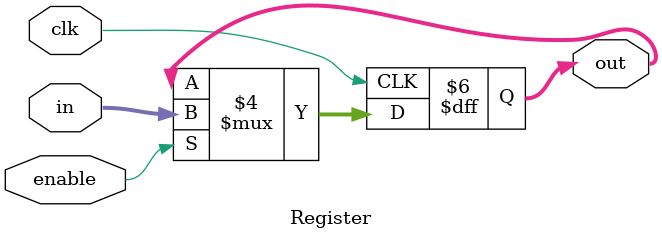
<source format=sv>
/**
***********************************************
		Instituto Tecnologico de Costa Rica 
			Ingenieria en Electronica

					Registro Basico
       
		Autores: Michael Gonzalez Rivera
				 Erick Cordero
				 Victor Montero
					
			Lenguaje: SystemVerilog
					Version: 1.0         
	
	Entradas:- Valor de N bits
				- Reloj
				- Parametro N bits
				
	Restricciones:
				- Entrada debe ser de N bits
	
   Salidas: - Cuando pasa al semiciclo positivo
				la entrada pasa a la salida

            
		Arquitectura de Computadores I 2019
				Prof. Ronald Garcia
***********************************************
**/
module Register #(parameter N=32)
	   (input  logic [N-1:0] in,
		input  logic clk, enable,
		output logic [N-1:0] out={N{1'b0}});
		
	always_ff @ (posedge clk) begin
		if (enable) out<=in;
		else out<=out;
	end	
endmodule 
</source>
